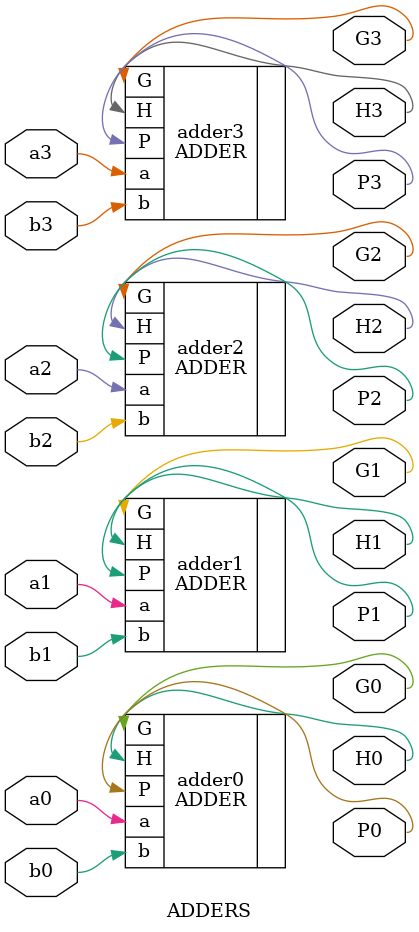
<source format=v>
`include "adder.v"

module ADDERS (
    a3, b3,
    a2, b2,
    a1, b1,
    a0, b0,
    H3, G3, P3,
    H2, G2, P2,
    H1, G1, P1,
    H0, G0, P0
);
    input   a3, b3,
            a2, b2,
            a1, b1,
            a0, b0;

    output  H3, G3, P3,
            H2, G2, P2,
            H1, G1, P1,
            H0, G0, P0;

    ADDER adder3 (
        .a(a3), .b(b3),
        .H(H3), .G(G3), .P(P3)
    );

    ADDER adder2 (
        .a(a2), .b(b2),
        .H(H2), .G(G2), .P(P2)
    );

    ADDER adder1 (
        .a(a1), .b(b1),
        .H(H1), .G(G1), .P(P1)
    );

    ADDER adder0 (
        .a(a0), .b(b0),
        .H(H0), .G(G0), .P(P0)
    );

endmodule
</source>
